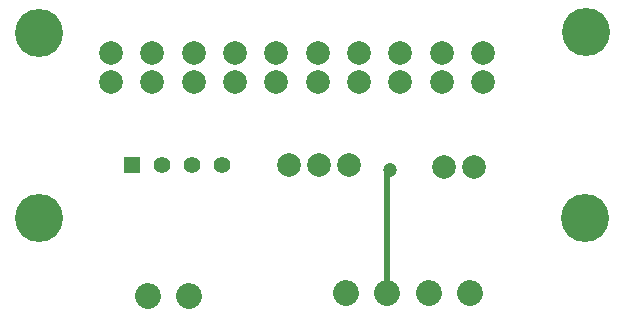
<source format=gtl>
G04 ( created by brdgerber.py ( brdgerber.py v0.1 2014-03-12 ) ) date 2020-06-12 06:33:56 EDT*
G04 Gerber Fmt 3.4, Leading zero omitted, Abs format*
%MOIN*%
%FSLAX34Y34*%
G01*
G70*
G90*
G04 APERTURE LIST*
%ADD13R,0.0550X0.0550*%
%ADD20C,0.0472*%
%ADD16C,0.1600*%
%ADD15C,0.0120*%
%ADD18C,0.0860*%
%ADD12C,0.0000*%
%ADD19C,0.0050*%
%ADD11C,0.0787*%
%ADD10C,0.0200*%
%ADD14C,0.0550*%
%ADD17C,0.0150*%
G04 APERTURE END LIST*
G54D13*
D11*
X-00350Y-00350D03*
D11*
X00650Y-00350D03*
D11*
X01650Y-00350D03*
D11*
X04800Y-00400D03*
D11*
X05800Y-00400D03*
D13*
X-05600Y-00350D03*
D14*
X-04600Y-00350D03*
D14*
X-03600Y-00350D03*
D14*
X-02600Y-00350D03*
D16*
X-08700Y04050D03*
D16*
X09550Y04100D03*
D16*
X-08700Y-02100D03*
D16*
X09500Y-02100D03*
D18*
G01X-03692Y-04700D02*
G01X-03692Y-04700D01*
D18*
G01X-05069Y-04700D02*
G01X-05069Y-04700D01*
D11*
X-06301Y02408D03*
D11*
X-06301Y03392D03*
D11*
X-04923Y02408D03*
D11*
X-04923Y03392D03*
D11*
X-03545Y02408D03*
D11*
X-03545Y03392D03*
D11*
X-02167Y02408D03*
D11*
X-02167Y03392D03*
D11*
X-00789Y02408D03*
D11*
X-00789Y03392D03*
D11*
X00589Y02408D03*
D11*
X00589Y03392D03*
D11*
X01967Y02408D03*
D11*
X01967Y03392D03*
D11*
X03345Y02408D03*
D11*
X03345Y03392D03*
D11*
X04723Y02408D03*
D11*
X04723Y03392D03*
D11*
X06101Y02408D03*
D11*
X06101Y03392D03*
D18*
G01X05666Y-04600D02*
G01X05666Y-04600D01*
D18*
G01X04288Y-04600D02*
G01X04288Y-04600D01*
D18*
G01X02912Y-04600D02*
G01X02912Y-04600D01*
D18*
G01X01534Y-04600D02*
G01X01534Y-04600D01*
D20*
X03000Y-00500D03*
D10*
G01X03000Y-00500D02*
G01X02900Y-00600D01*
D10*
G01X02900Y-00600D02*
G01X02900Y-04600D01*
M02*

</source>
